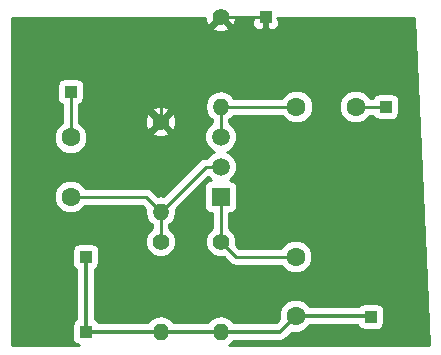
<source format=gbr>
G04 #@! TF.FileFunction,Copper,L1,Top,Signal*
%FSLAX46Y46*%
G04 Gerber Fmt 4.6, Leading zero omitted, Abs format (unit mm)*
G04 Created by KiCad (PCBNEW 4.0.7) date Monday, November 12, 2018 'AMt' 11:28:17 AM*
%MOMM*%
%LPD*%
G01*
G04 APERTURE LIST*
%ADD10C,0.100000*%
%ADD11C,1.600000*%
%ADD12R,1.000000X1.000000*%
%ADD13C,1.520000*%
%ADD14R,1.520000X1.520000*%
%ADD15C,1.400000*%
%ADD16O,1.400000X1.400000*%
%ADD17C,0.250000*%
%ADD18C,0.350000*%
%ADD19C,0.254000*%
G04 APERTURE END LIST*
D10*
D11*
X135890000Y-119380000D03*
X135890000Y-114380000D03*
X154940000Y-124460000D03*
X154940000Y-129460000D03*
X160020000Y-111760000D03*
X155020000Y-111760000D03*
D12*
X135890000Y-110490000D03*
X137160000Y-124460000D03*
X162560000Y-111760000D03*
X161290000Y-129540000D03*
D13*
X148590000Y-116840000D03*
X148590000Y-114300000D03*
D14*
X148590000Y-119380000D03*
D15*
X143510000Y-113030000D03*
D16*
X143510000Y-120650000D03*
D15*
X143510000Y-123190000D03*
D16*
X143510000Y-130810000D03*
D15*
X148590000Y-104140000D03*
D16*
X148590000Y-111760000D03*
D15*
X148590000Y-123190000D03*
D16*
X148590000Y-130810000D03*
D12*
X152400000Y-104140000D03*
X137160000Y-130810000D03*
D17*
X135890000Y-119380000D02*
X142240000Y-119380000D01*
X142240000Y-119380000D02*
X143510000Y-120650000D01*
X143510000Y-123190000D02*
X143510000Y-120650000D01*
X143510000Y-120650000D02*
X147320000Y-116840000D01*
X147320000Y-116840000D02*
X148590000Y-116840000D01*
X135890000Y-110490000D02*
X135890000Y-114380000D01*
X148590000Y-119380000D02*
X148590000Y-123190000D01*
X148590000Y-123190000D02*
X149860000Y-124460000D01*
X149860000Y-124460000D02*
X154940000Y-124460000D01*
D18*
X148590000Y-130810000D02*
X153590000Y-130810000D01*
X153590000Y-130810000D02*
X154940000Y-129460000D01*
X154940000Y-129460000D02*
X161210000Y-129460000D01*
X161210000Y-129460000D02*
X161290000Y-129540000D01*
X137160000Y-130810000D02*
X143510000Y-130810000D01*
X143510000Y-130810000D02*
X148590000Y-130810000D01*
X161210000Y-129460000D02*
X161290000Y-129540000D01*
X137160000Y-130810000D02*
X137160000Y-124460000D01*
D17*
X160020000Y-111760000D02*
X162560000Y-111760000D01*
X148590000Y-114300000D02*
X148590000Y-111760000D01*
X148590000Y-111760000D02*
X155020000Y-111760000D01*
X152400000Y-104140000D02*
X148590000Y-104140000D01*
X148590000Y-104140000D02*
X143510000Y-109220000D01*
X143510000Y-109220000D02*
X143510000Y-113030000D01*
D19*
G36*
X147271336Y-104477440D02*
X147418958Y-104833831D01*
X147654725Y-104895669D01*
X148283395Y-104267000D01*
X148896605Y-104267000D01*
X149525275Y-104895669D01*
X149761042Y-104833831D01*
X149937419Y-104332878D01*
X149933847Y-104267000D01*
X151265000Y-104267000D01*
X151265000Y-104267002D01*
X151423748Y-104267002D01*
X151265000Y-104425750D01*
X151265000Y-104766310D01*
X151361673Y-104999699D01*
X151540302Y-105178327D01*
X151773691Y-105275000D01*
X152114250Y-105275000D01*
X152273000Y-105116250D01*
X152273000Y-104267000D01*
X152527000Y-104267000D01*
X152527000Y-105116250D01*
X152685750Y-105275000D01*
X153026309Y-105275000D01*
X153259698Y-105178327D01*
X153438327Y-104999699D01*
X153535000Y-104766310D01*
X153535000Y-104425750D01*
X153376252Y-104267002D01*
X153535000Y-104267002D01*
X153535000Y-104267000D01*
X164978642Y-104267000D01*
X166237096Y-131953000D01*
X149275287Y-131953000D01*
X149533988Y-131780142D01*
X149640991Y-131620000D01*
X153590000Y-131620000D01*
X153899974Y-131558342D01*
X154162756Y-131382756D01*
X154651510Y-130894003D01*
X154653309Y-130894750D01*
X155224187Y-130895248D01*
X155751800Y-130677243D01*
X156155824Y-130273923D01*
X156157453Y-130270000D01*
X160185838Y-130270000D01*
X160186838Y-130275317D01*
X160325910Y-130491441D01*
X160538110Y-130636431D01*
X160790000Y-130687440D01*
X161790000Y-130687440D01*
X162025317Y-130643162D01*
X162241441Y-130504090D01*
X162386431Y-130291890D01*
X162437440Y-130040000D01*
X162437440Y-129040000D01*
X162393162Y-128804683D01*
X162254090Y-128588559D01*
X162041890Y-128443569D01*
X161790000Y-128392560D01*
X160790000Y-128392560D01*
X160554683Y-128436838D01*
X160338559Y-128575910D01*
X160287935Y-128650000D01*
X156157987Y-128650000D01*
X156157243Y-128648200D01*
X155753923Y-128244176D01*
X155226691Y-128025250D01*
X154655813Y-128024752D01*
X154128200Y-128242757D01*
X153724176Y-128646077D01*
X153505250Y-129173309D01*
X153504752Y-129744187D01*
X153506374Y-129748113D01*
X153254488Y-130000000D01*
X149640991Y-130000000D01*
X149533988Y-129839858D01*
X149100882Y-129550467D01*
X148590000Y-129448846D01*
X148079118Y-129550467D01*
X147646012Y-129839858D01*
X147539009Y-130000000D01*
X144560991Y-130000000D01*
X144453988Y-129839858D01*
X144020882Y-129550467D01*
X143510000Y-129448846D01*
X142999118Y-129550467D01*
X142566012Y-129839858D01*
X142459009Y-130000000D01*
X138215105Y-130000000D01*
X138124090Y-129858559D01*
X137970000Y-129753274D01*
X137970000Y-125515105D01*
X138111441Y-125424090D01*
X138256431Y-125211890D01*
X138307440Y-124960000D01*
X138307440Y-123960000D01*
X138263162Y-123724683D01*
X138124090Y-123508559D01*
X137911890Y-123363569D01*
X137660000Y-123312560D01*
X136660000Y-123312560D01*
X136424683Y-123356838D01*
X136208559Y-123495910D01*
X136063569Y-123708110D01*
X136012560Y-123960000D01*
X136012560Y-124960000D01*
X136056838Y-125195317D01*
X136195910Y-125411441D01*
X136350000Y-125516726D01*
X136350000Y-129754895D01*
X136208559Y-129845910D01*
X136063569Y-130058110D01*
X136012560Y-130310000D01*
X136012560Y-131310000D01*
X136056838Y-131545317D01*
X136195910Y-131761441D01*
X136408110Y-131906431D01*
X136638075Y-131953000D01*
X130937000Y-131953000D01*
X130937000Y-119664187D01*
X134454752Y-119664187D01*
X134672757Y-120191800D01*
X135076077Y-120595824D01*
X135603309Y-120814750D01*
X136174187Y-120815248D01*
X136701800Y-120597243D01*
X137105824Y-120193923D01*
X137128215Y-120140000D01*
X141925198Y-120140000D01*
X142213830Y-120428632D01*
X142175000Y-120623846D01*
X142175000Y-120676154D01*
X142276621Y-121187036D01*
X142566012Y-121620142D01*
X142750000Y-121743078D01*
X142750000Y-122062345D01*
X142378902Y-122432796D01*
X142175232Y-122923287D01*
X142174769Y-123454383D01*
X142377582Y-123945229D01*
X142752796Y-124321098D01*
X143243287Y-124524768D01*
X143774383Y-124525231D01*
X144265229Y-124322418D01*
X144641098Y-123947204D01*
X144844768Y-123456713D01*
X144845231Y-122925617D01*
X144642418Y-122434771D01*
X144270000Y-122061703D01*
X144270000Y-121743078D01*
X144453988Y-121620142D01*
X144743379Y-121187036D01*
X144845000Y-120676154D01*
X144845000Y-120623846D01*
X144806170Y-120428632D01*
X147506072Y-117728730D01*
X147762210Y-117985316D01*
X147594683Y-118016838D01*
X147378559Y-118155910D01*
X147233569Y-118368110D01*
X147182560Y-118620000D01*
X147182560Y-120140000D01*
X147226838Y-120375317D01*
X147365910Y-120591441D01*
X147578110Y-120736431D01*
X147830000Y-120787440D01*
X147830000Y-122062345D01*
X147458902Y-122432796D01*
X147255232Y-122923287D01*
X147254769Y-123454383D01*
X147457582Y-123945229D01*
X147832796Y-124321098D01*
X148323287Y-124524768D01*
X148850426Y-124525228D01*
X149322599Y-124997401D01*
X149569160Y-125162148D01*
X149860000Y-125220000D01*
X153701354Y-125220000D01*
X153722757Y-125271800D01*
X154126077Y-125675824D01*
X154653309Y-125894750D01*
X155224187Y-125895248D01*
X155751800Y-125677243D01*
X156155824Y-125273923D01*
X156374750Y-124746691D01*
X156375248Y-124175813D01*
X156157243Y-123648200D01*
X155753923Y-123244176D01*
X155226691Y-123025250D01*
X154655813Y-123024752D01*
X154128200Y-123242757D01*
X153724176Y-123646077D01*
X153701785Y-123700000D01*
X150174802Y-123700000D01*
X149924774Y-123449972D01*
X149925231Y-122925617D01*
X149722418Y-122434771D01*
X149350000Y-122061703D01*
X149350000Y-120787440D01*
X149585317Y-120743162D01*
X149801441Y-120604090D01*
X149946431Y-120391890D01*
X149997440Y-120140000D01*
X149997440Y-118620000D01*
X149953162Y-118384683D01*
X149814090Y-118168559D01*
X149601890Y-118023569D01*
X149416520Y-117986031D01*
X149771934Y-117631236D01*
X149984758Y-117118700D01*
X149985242Y-116563735D01*
X149773313Y-116050828D01*
X149381236Y-115658066D01*
X149169262Y-115570046D01*
X149379172Y-115483313D01*
X149771934Y-115091236D01*
X149984758Y-114578700D01*
X149985242Y-114023735D01*
X149773313Y-113510828D01*
X149381236Y-113118066D01*
X149350000Y-113105096D01*
X149350000Y-112853078D01*
X149533988Y-112730142D01*
X149674400Y-112520000D01*
X153781354Y-112520000D01*
X153802757Y-112571800D01*
X154206077Y-112975824D01*
X154733309Y-113194750D01*
X155304187Y-113195248D01*
X155831800Y-112977243D01*
X156235824Y-112573923D01*
X156454750Y-112046691D01*
X156454752Y-112044187D01*
X158584752Y-112044187D01*
X158802757Y-112571800D01*
X159206077Y-112975824D01*
X159733309Y-113194750D01*
X160304187Y-113195248D01*
X160831800Y-112977243D01*
X161235824Y-112573923D01*
X161258215Y-112520000D01*
X161472721Y-112520000D01*
X161595910Y-112711441D01*
X161808110Y-112856431D01*
X162060000Y-112907440D01*
X163060000Y-112907440D01*
X163295317Y-112863162D01*
X163511441Y-112724090D01*
X163656431Y-112511890D01*
X163707440Y-112260000D01*
X163707440Y-111260000D01*
X163663162Y-111024683D01*
X163524090Y-110808559D01*
X163311890Y-110663569D01*
X163060000Y-110612560D01*
X162060000Y-110612560D01*
X161824683Y-110656838D01*
X161608559Y-110795910D01*
X161469110Y-111000000D01*
X161258646Y-111000000D01*
X161237243Y-110948200D01*
X160833923Y-110544176D01*
X160306691Y-110325250D01*
X159735813Y-110324752D01*
X159208200Y-110542757D01*
X158804176Y-110946077D01*
X158585250Y-111473309D01*
X158584752Y-112044187D01*
X156454752Y-112044187D01*
X156455248Y-111475813D01*
X156237243Y-110948200D01*
X155833923Y-110544176D01*
X155306691Y-110325250D01*
X154735813Y-110324752D01*
X154208200Y-110542757D01*
X153804176Y-110946077D01*
X153781785Y-111000000D01*
X149674400Y-111000000D01*
X149533988Y-110789858D01*
X149100882Y-110500467D01*
X148590000Y-110398846D01*
X148079118Y-110500467D01*
X147646012Y-110789858D01*
X147356621Y-111222964D01*
X147255000Y-111733846D01*
X147255000Y-111786154D01*
X147356621Y-112297036D01*
X147646012Y-112730142D01*
X147830000Y-112853078D01*
X147830000Y-113104633D01*
X147800828Y-113116687D01*
X147408066Y-113508764D01*
X147195242Y-114021300D01*
X147194758Y-114576265D01*
X147406687Y-115089172D01*
X147798764Y-115481934D01*
X148010738Y-115569954D01*
X147800828Y-115656687D01*
X147408066Y-116048764D01*
X147395096Y-116080000D01*
X147320000Y-116080000D01*
X147029161Y-116137852D01*
X146782599Y-116302599D01*
X143748843Y-119336355D01*
X143510000Y-119288846D01*
X143271157Y-119336355D01*
X142777401Y-118842599D01*
X142530839Y-118677852D01*
X142240000Y-118620000D01*
X137128646Y-118620000D01*
X137107243Y-118568200D01*
X136703923Y-118164176D01*
X136176691Y-117945250D01*
X135605813Y-117944752D01*
X135078200Y-118162757D01*
X134674176Y-118566077D01*
X134455250Y-119093309D01*
X134454752Y-119664187D01*
X130937000Y-119664187D01*
X130937000Y-114664187D01*
X134454752Y-114664187D01*
X134672757Y-115191800D01*
X135076077Y-115595824D01*
X135603309Y-115814750D01*
X136174187Y-115815248D01*
X136701800Y-115597243D01*
X137105824Y-115193923D01*
X137324750Y-114666691D01*
X137325248Y-114095813D01*
X137271311Y-113965275D01*
X142754331Y-113965275D01*
X142816169Y-114201042D01*
X143317122Y-114377419D01*
X143847440Y-114348664D01*
X144203831Y-114201042D01*
X144265669Y-113965275D01*
X143510000Y-113209605D01*
X142754331Y-113965275D01*
X137271311Y-113965275D01*
X137107243Y-113568200D01*
X136703923Y-113164176D01*
X136650000Y-113141785D01*
X136650000Y-112837122D01*
X142162581Y-112837122D01*
X142191336Y-113367440D01*
X142338958Y-113723831D01*
X142574725Y-113785669D01*
X143330395Y-113030000D01*
X143689605Y-113030000D01*
X144445275Y-113785669D01*
X144681042Y-113723831D01*
X144857419Y-113222878D01*
X144828664Y-112692560D01*
X144681042Y-112336169D01*
X144445275Y-112274331D01*
X143689605Y-113030000D01*
X143330395Y-113030000D01*
X142574725Y-112274331D01*
X142338958Y-112336169D01*
X142162581Y-112837122D01*
X136650000Y-112837122D01*
X136650000Y-112094725D01*
X142754331Y-112094725D01*
X143510000Y-112850395D01*
X144265669Y-112094725D01*
X144203831Y-111858958D01*
X143702878Y-111682581D01*
X143172560Y-111711336D01*
X142816169Y-111858958D01*
X142754331Y-112094725D01*
X136650000Y-112094725D01*
X136650000Y-111577279D01*
X136841441Y-111454090D01*
X136986431Y-111241890D01*
X137037440Y-110990000D01*
X137037440Y-109990000D01*
X136993162Y-109754683D01*
X136854090Y-109538559D01*
X136641890Y-109393569D01*
X136390000Y-109342560D01*
X135390000Y-109342560D01*
X135154683Y-109386838D01*
X134938559Y-109525910D01*
X134793569Y-109738110D01*
X134742560Y-109990000D01*
X134742560Y-110990000D01*
X134786838Y-111225317D01*
X134925910Y-111441441D01*
X135130000Y-111580890D01*
X135130000Y-113141354D01*
X135078200Y-113162757D01*
X134674176Y-113566077D01*
X134455250Y-114093309D01*
X134454752Y-114664187D01*
X130937000Y-114664187D01*
X130937000Y-105075275D01*
X147834331Y-105075275D01*
X147896169Y-105311042D01*
X148397122Y-105487419D01*
X148927440Y-105458664D01*
X149283831Y-105311042D01*
X149345669Y-105075275D01*
X148590000Y-104319605D01*
X147834331Y-105075275D01*
X130937000Y-105075275D01*
X130937000Y-104267000D01*
X147259925Y-104267000D01*
X147271336Y-104477440D01*
X147271336Y-104477440D01*
G37*
X147271336Y-104477440D02*
X147418958Y-104833831D01*
X147654725Y-104895669D01*
X148283395Y-104267000D01*
X148896605Y-104267000D01*
X149525275Y-104895669D01*
X149761042Y-104833831D01*
X149937419Y-104332878D01*
X149933847Y-104267000D01*
X151265000Y-104267000D01*
X151265000Y-104267002D01*
X151423748Y-104267002D01*
X151265000Y-104425750D01*
X151265000Y-104766310D01*
X151361673Y-104999699D01*
X151540302Y-105178327D01*
X151773691Y-105275000D01*
X152114250Y-105275000D01*
X152273000Y-105116250D01*
X152273000Y-104267000D01*
X152527000Y-104267000D01*
X152527000Y-105116250D01*
X152685750Y-105275000D01*
X153026309Y-105275000D01*
X153259698Y-105178327D01*
X153438327Y-104999699D01*
X153535000Y-104766310D01*
X153535000Y-104425750D01*
X153376252Y-104267002D01*
X153535000Y-104267002D01*
X153535000Y-104267000D01*
X164978642Y-104267000D01*
X166237096Y-131953000D01*
X149275287Y-131953000D01*
X149533988Y-131780142D01*
X149640991Y-131620000D01*
X153590000Y-131620000D01*
X153899974Y-131558342D01*
X154162756Y-131382756D01*
X154651510Y-130894003D01*
X154653309Y-130894750D01*
X155224187Y-130895248D01*
X155751800Y-130677243D01*
X156155824Y-130273923D01*
X156157453Y-130270000D01*
X160185838Y-130270000D01*
X160186838Y-130275317D01*
X160325910Y-130491441D01*
X160538110Y-130636431D01*
X160790000Y-130687440D01*
X161790000Y-130687440D01*
X162025317Y-130643162D01*
X162241441Y-130504090D01*
X162386431Y-130291890D01*
X162437440Y-130040000D01*
X162437440Y-129040000D01*
X162393162Y-128804683D01*
X162254090Y-128588559D01*
X162041890Y-128443569D01*
X161790000Y-128392560D01*
X160790000Y-128392560D01*
X160554683Y-128436838D01*
X160338559Y-128575910D01*
X160287935Y-128650000D01*
X156157987Y-128650000D01*
X156157243Y-128648200D01*
X155753923Y-128244176D01*
X155226691Y-128025250D01*
X154655813Y-128024752D01*
X154128200Y-128242757D01*
X153724176Y-128646077D01*
X153505250Y-129173309D01*
X153504752Y-129744187D01*
X153506374Y-129748113D01*
X153254488Y-130000000D01*
X149640991Y-130000000D01*
X149533988Y-129839858D01*
X149100882Y-129550467D01*
X148590000Y-129448846D01*
X148079118Y-129550467D01*
X147646012Y-129839858D01*
X147539009Y-130000000D01*
X144560991Y-130000000D01*
X144453988Y-129839858D01*
X144020882Y-129550467D01*
X143510000Y-129448846D01*
X142999118Y-129550467D01*
X142566012Y-129839858D01*
X142459009Y-130000000D01*
X138215105Y-130000000D01*
X138124090Y-129858559D01*
X137970000Y-129753274D01*
X137970000Y-125515105D01*
X138111441Y-125424090D01*
X138256431Y-125211890D01*
X138307440Y-124960000D01*
X138307440Y-123960000D01*
X138263162Y-123724683D01*
X138124090Y-123508559D01*
X137911890Y-123363569D01*
X137660000Y-123312560D01*
X136660000Y-123312560D01*
X136424683Y-123356838D01*
X136208559Y-123495910D01*
X136063569Y-123708110D01*
X136012560Y-123960000D01*
X136012560Y-124960000D01*
X136056838Y-125195317D01*
X136195910Y-125411441D01*
X136350000Y-125516726D01*
X136350000Y-129754895D01*
X136208559Y-129845910D01*
X136063569Y-130058110D01*
X136012560Y-130310000D01*
X136012560Y-131310000D01*
X136056838Y-131545317D01*
X136195910Y-131761441D01*
X136408110Y-131906431D01*
X136638075Y-131953000D01*
X130937000Y-131953000D01*
X130937000Y-119664187D01*
X134454752Y-119664187D01*
X134672757Y-120191800D01*
X135076077Y-120595824D01*
X135603309Y-120814750D01*
X136174187Y-120815248D01*
X136701800Y-120597243D01*
X137105824Y-120193923D01*
X137128215Y-120140000D01*
X141925198Y-120140000D01*
X142213830Y-120428632D01*
X142175000Y-120623846D01*
X142175000Y-120676154D01*
X142276621Y-121187036D01*
X142566012Y-121620142D01*
X142750000Y-121743078D01*
X142750000Y-122062345D01*
X142378902Y-122432796D01*
X142175232Y-122923287D01*
X142174769Y-123454383D01*
X142377582Y-123945229D01*
X142752796Y-124321098D01*
X143243287Y-124524768D01*
X143774383Y-124525231D01*
X144265229Y-124322418D01*
X144641098Y-123947204D01*
X144844768Y-123456713D01*
X144845231Y-122925617D01*
X144642418Y-122434771D01*
X144270000Y-122061703D01*
X144270000Y-121743078D01*
X144453988Y-121620142D01*
X144743379Y-121187036D01*
X144845000Y-120676154D01*
X144845000Y-120623846D01*
X144806170Y-120428632D01*
X147506072Y-117728730D01*
X147762210Y-117985316D01*
X147594683Y-118016838D01*
X147378559Y-118155910D01*
X147233569Y-118368110D01*
X147182560Y-118620000D01*
X147182560Y-120140000D01*
X147226838Y-120375317D01*
X147365910Y-120591441D01*
X147578110Y-120736431D01*
X147830000Y-120787440D01*
X147830000Y-122062345D01*
X147458902Y-122432796D01*
X147255232Y-122923287D01*
X147254769Y-123454383D01*
X147457582Y-123945229D01*
X147832796Y-124321098D01*
X148323287Y-124524768D01*
X148850426Y-124525228D01*
X149322599Y-124997401D01*
X149569160Y-125162148D01*
X149860000Y-125220000D01*
X153701354Y-125220000D01*
X153722757Y-125271800D01*
X154126077Y-125675824D01*
X154653309Y-125894750D01*
X155224187Y-125895248D01*
X155751800Y-125677243D01*
X156155824Y-125273923D01*
X156374750Y-124746691D01*
X156375248Y-124175813D01*
X156157243Y-123648200D01*
X155753923Y-123244176D01*
X155226691Y-123025250D01*
X154655813Y-123024752D01*
X154128200Y-123242757D01*
X153724176Y-123646077D01*
X153701785Y-123700000D01*
X150174802Y-123700000D01*
X149924774Y-123449972D01*
X149925231Y-122925617D01*
X149722418Y-122434771D01*
X149350000Y-122061703D01*
X149350000Y-120787440D01*
X149585317Y-120743162D01*
X149801441Y-120604090D01*
X149946431Y-120391890D01*
X149997440Y-120140000D01*
X149997440Y-118620000D01*
X149953162Y-118384683D01*
X149814090Y-118168559D01*
X149601890Y-118023569D01*
X149416520Y-117986031D01*
X149771934Y-117631236D01*
X149984758Y-117118700D01*
X149985242Y-116563735D01*
X149773313Y-116050828D01*
X149381236Y-115658066D01*
X149169262Y-115570046D01*
X149379172Y-115483313D01*
X149771934Y-115091236D01*
X149984758Y-114578700D01*
X149985242Y-114023735D01*
X149773313Y-113510828D01*
X149381236Y-113118066D01*
X149350000Y-113105096D01*
X149350000Y-112853078D01*
X149533988Y-112730142D01*
X149674400Y-112520000D01*
X153781354Y-112520000D01*
X153802757Y-112571800D01*
X154206077Y-112975824D01*
X154733309Y-113194750D01*
X155304187Y-113195248D01*
X155831800Y-112977243D01*
X156235824Y-112573923D01*
X156454750Y-112046691D01*
X156454752Y-112044187D01*
X158584752Y-112044187D01*
X158802757Y-112571800D01*
X159206077Y-112975824D01*
X159733309Y-113194750D01*
X160304187Y-113195248D01*
X160831800Y-112977243D01*
X161235824Y-112573923D01*
X161258215Y-112520000D01*
X161472721Y-112520000D01*
X161595910Y-112711441D01*
X161808110Y-112856431D01*
X162060000Y-112907440D01*
X163060000Y-112907440D01*
X163295317Y-112863162D01*
X163511441Y-112724090D01*
X163656431Y-112511890D01*
X163707440Y-112260000D01*
X163707440Y-111260000D01*
X163663162Y-111024683D01*
X163524090Y-110808559D01*
X163311890Y-110663569D01*
X163060000Y-110612560D01*
X162060000Y-110612560D01*
X161824683Y-110656838D01*
X161608559Y-110795910D01*
X161469110Y-111000000D01*
X161258646Y-111000000D01*
X161237243Y-110948200D01*
X160833923Y-110544176D01*
X160306691Y-110325250D01*
X159735813Y-110324752D01*
X159208200Y-110542757D01*
X158804176Y-110946077D01*
X158585250Y-111473309D01*
X158584752Y-112044187D01*
X156454752Y-112044187D01*
X156455248Y-111475813D01*
X156237243Y-110948200D01*
X155833923Y-110544176D01*
X155306691Y-110325250D01*
X154735813Y-110324752D01*
X154208200Y-110542757D01*
X153804176Y-110946077D01*
X153781785Y-111000000D01*
X149674400Y-111000000D01*
X149533988Y-110789858D01*
X149100882Y-110500467D01*
X148590000Y-110398846D01*
X148079118Y-110500467D01*
X147646012Y-110789858D01*
X147356621Y-111222964D01*
X147255000Y-111733846D01*
X147255000Y-111786154D01*
X147356621Y-112297036D01*
X147646012Y-112730142D01*
X147830000Y-112853078D01*
X147830000Y-113104633D01*
X147800828Y-113116687D01*
X147408066Y-113508764D01*
X147195242Y-114021300D01*
X147194758Y-114576265D01*
X147406687Y-115089172D01*
X147798764Y-115481934D01*
X148010738Y-115569954D01*
X147800828Y-115656687D01*
X147408066Y-116048764D01*
X147395096Y-116080000D01*
X147320000Y-116080000D01*
X147029161Y-116137852D01*
X146782599Y-116302599D01*
X143748843Y-119336355D01*
X143510000Y-119288846D01*
X143271157Y-119336355D01*
X142777401Y-118842599D01*
X142530839Y-118677852D01*
X142240000Y-118620000D01*
X137128646Y-118620000D01*
X137107243Y-118568200D01*
X136703923Y-118164176D01*
X136176691Y-117945250D01*
X135605813Y-117944752D01*
X135078200Y-118162757D01*
X134674176Y-118566077D01*
X134455250Y-119093309D01*
X134454752Y-119664187D01*
X130937000Y-119664187D01*
X130937000Y-114664187D01*
X134454752Y-114664187D01*
X134672757Y-115191800D01*
X135076077Y-115595824D01*
X135603309Y-115814750D01*
X136174187Y-115815248D01*
X136701800Y-115597243D01*
X137105824Y-115193923D01*
X137324750Y-114666691D01*
X137325248Y-114095813D01*
X137271311Y-113965275D01*
X142754331Y-113965275D01*
X142816169Y-114201042D01*
X143317122Y-114377419D01*
X143847440Y-114348664D01*
X144203831Y-114201042D01*
X144265669Y-113965275D01*
X143510000Y-113209605D01*
X142754331Y-113965275D01*
X137271311Y-113965275D01*
X137107243Y-113568200D01*
X136703923Y-113164176D01*
X136650000Y-113141785D01*
X136650000Y-112837122D01*
X142162581Y-112837122D01*
X142191336Y-113367440D01*
X142338958Y-113723831D01*
X142574725Y-113785669D01*
X143330395Y-113030000D01*
X143689605Y-113030000D01*
X144445275Y-113785669D01*
X144681042Y-113723831D01*
X144857419Y-113222878D01*
X144828664Y-112692560D01*
X144681042Y-112336169D01*
X144445275Y-112274331D01*
X143689605Y-113030000D01*
X143330395Y-113030000D01*
X142574725Y-112274331D01*
X142338958Y-112336169D01*
X142162581Y-112837122D01*
X136650000Y-112837122D01*
X136650000Y-112094725D01*
X142754331Y-112094725D01*
X143510000Y-112850395D01*
X144265669Y-112094725D01*
X144203831Y-111858958D01*
X143702878Y-111682581D01*
X143172560Y-111711336D01*
X142816169Y-111858958D01*
X142754331Y-112094725D01*
X136650000Y-112094725D01*
X136650000Y-111577279D01*
X136841441Y-111454090D01*
X136986431Y-111241890D01*
X137037440Y-110990000D01*
X137037440Y-109990000D01*
X136993162Y-109754683D01*
X136854090Y-109538559D01*
X136641890Y-109393569D01*
X136390000Y-109342560D01*
X135390000Y-109342560D01*
X135154683Y-109386838D01*
X134938559Y-109525910D01*
X134793569Y-109738110D01*
X134742560Y-109990000D01*
X134742560Y-110990000D01*
X134786838Y-111225317D01*
X134925910Y-111441441D01*
X135130000Y-111580890D01*
X135130000Y-113141354D01*
X135078200Y-113162757D01*
X134674176Y-113566077D01*
X134455250Y-114093309D01*
X134454752Y-114664187D01*
X130937000Y-114664187D01*
X130937000Y-105075275D01*
X147834331Y-105075275D01*
X147896169Y-105311042D01*
X148397122Y-105487419D01*
X148927440Y-105458664D01*
X149283831Y-105311042D01*
X149345669Y-105075275D01*
X148590000Y-104319605D01*
X147834331Y-105075275D01*
X130937000Y-105075275D01*
X130937000Y-104267000D01*
X147259925Y-104267000D01*
X147271336Y-104477440D01*
M02*

</source>
